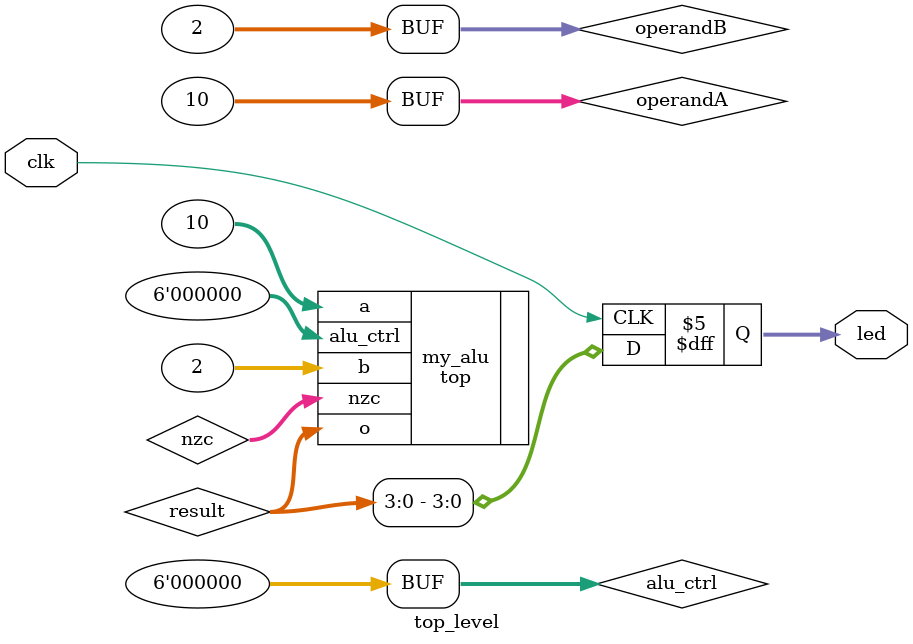
<source format=v>
module top_level(
    output reg [3:0] led,  // 4-bit LED output for results
    input clk              // Clock input (for synchronization)
);  

    // Hardcoded ALU operands and control signal
    reg [31:0] operandA = 32'h0000000A;    // Example operand A (10 in decimal)
    reg [31:0] operandB = 32'h00000002;    // Example operand B (5 in decimal)
    reg [5:0] alu_ctrl = 6'h00;            // Example operation code (00 for addition)
    
    wire [31:0] result;                    // ALU result
    wire [2:0] nzc;                        // NZC flags from ALU
    
    // Instantiate your ALU module (the one provided in alu.v)
    top my_alu (
        .a(operandA),
        .b(operandB),
        .alu_ctrl(alu_ctrl),
        .o(result),
        .nzc(nzc)
    );
    
    // Display only the lower 4 bits of the result on the LEDs
    always @(posedge clk) begin
        led <= result[3:0];
    end
    
endmodule

</source>
